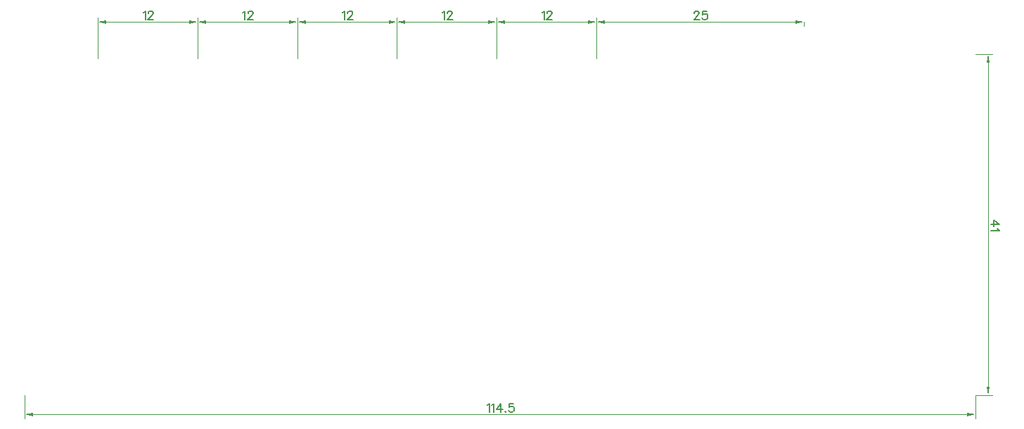
<source format=gbr>
G04 DipTrace 4.1.0.0*
G04 TopDimension.gbr*
%MOIN*%
G04 #@! TF.FileFunction,Drawing,Top*
G04 #@! TF.Part,Single*
%ADD15C,0.001378*%
%ADD91C,0.006176*%
%FSLAX26Y26*%
G04*
G70*
G90*
G75*
G01*
G04 TopDimension*
%LPD*%
X741594Y1990638D2*
D15*
Y2181303D1*
X1214035Y1990638D2*
Y2181303D1*
X977815Y2161618D2*
X780965D1*
G36*
X741594D2*
X780965Y2169492D1*
Y2153744D1*
X741594Y2161618D1*
G37*
X977815D2*
D15*
X1174665D1*
G36*
X1214035D2*
X1174665Y2153744D1*
Y2169492D1*
X1214035Y2161618D1*
G37*
Y1990638D2*
D15*
Y2181303D1*
X1686467Y1989387D2*
Y2181303D1*
X1450251Y2161618D2*
X1253406D1*
G36*
X1214035D2*
X1253406Y2169492D1*
Y2153744D1*
X1214035Y2161618D1*
G37*
X1450251D2*
D15*
X1647097D1*
G36*
X1686467D2*
X1647097Y2153744D1*
Y2169492D1*
X1686467Y2161618D1*
G37*
Y1989387D2*
D15*
Y2181303D1*
X2158908Y1989387D2*
Y2181303D1*
X1922688Y2161618D2*
X1725837D1*
G36*
X1686467D2*
X1725837Y2169492D1*
Y2153744D1*
X1686467Y2161618D1*
G37*
X1922688D2*
D15*
X2119538D1*
G36*
X2158908D2*
X2119538Y2153744D1*
Y2169492D1*
X2158908Y2161618D1*
G37*
Y1989387D2*
D15*
Y2181303D1*
X2631349Y1989387D2*
Y2181303D1*
X2395129Y2161618D2*
X2198278D1*
G36*
X2158908D2*
X2198278Y2169492D1*
Y2153744D1*
X2158908Y2161618D1*
G37*
X2395129D2*
D15*
X2591979D1*
G36*
X2631349D2*
X2591979Y2153744D1*
Y2169492D1*
X2631349Y2161618D1*
G37*
Y1989387D2*
D15*
Y2181303D1*
X3103774Y1989387D2*
Y2181303D1*
X2867562Y2161618D2*
X2670719D1*
G36*
X2631349D2*
X2670719Y2169492D1*
Y2153744D1*
X2631349Y2161618D1*
G37*
X2867562D2*
D15*
X3064404D1*
G36*
X3103774D2*
X3064404Y2153744D1*
Y2169492D1*
X3103774Y2161618D1*
G37*
Y1989387D2*
D15*
Y2181303D1*
X4088031Y2161631D2*
Y2141933D1*
X3595903Y2161618D2*
X3143144D1*
G36*
X3103774D2*
X3143144Y2169492D1*
Y2153744D1*
X3103774Y2161618D1*
G37*
X3595903D2*
D15*
X4048661D1*
G36*
X4088031D2*
X4048661Y2153744D1*
Y2169492D1*
X4088031Y2161618D1*
G37*
X393701Y393701D2*
D15*
Y281972D1*
X4901575Y393701D2*
Y281972D1*
X2647638Y301657D2*
X433071D1*
G36*
X393701D2*
X433071Y309531D1*
Y293783D1*
X393701Y301657D1*
G37*
X2647638D2*
D15*
X4862205D1*
G36*
X4901575D2*
X4862205Y293783D1*
Y309531D1*
X4901575Y301657D1*
G37*
Y2007874D2*
D15*
X4980315D1*
X4901575Y393701D2*
X4980315D1*
X4960630Y1200787D2*
Y1968504D1*
G36*
Y2007874D2*
X4968504Y1968504D1*
X4952756D1*
X4960630Y2007874D1*
G37*
Y1200787D2*
D15*
Y433071D1*
G36*
Y393701D2*
X4952756Y433071D1*
X4968504D1*
X4960630Y393701D1*
G37*
X956532Y2206327D2*
D91*
X960379Y2208273D1*
X966127Y2213977D1*
Y2173829D1*
X980424Y2204426D2*
Y2206327D1*
X982325Y2210174D1*
X984227Y2212075D1*
X988073Y2213977D1*
X995723D1*
X999525Y2212075D1*
X1001426Y2210174D1*
X1003372Y2206327D1*
Y2202525D1*
X1001426Y2198678D1*
X997624Y2192974D1*
X978479Y2173829D1*
X1005273D1*
X1428969Y2206327D2*
X1432815Y2208273D1*
X1438564Y2213977D1*
Y2173829D1*
X1452860Y2204426D2*
Y2206327D1*
X1454762Y2210174D1*
X1456663Y2212075D1*
X1460510Y2213977D1*
X1468159D1*
X1471962Y2212075D1*
X1473863Y2210174D1*
X1475808Y2206327D1*
Y2202525D1*
X1473863Y2198678D1*
X1470060Y2192974D1*
X1450915Y2173829D1*
X1477710D1*
X1901405Y2206327D2*
X1905252Y2208273D1*
X1911000Y2213977D1*
Y2173829D1*
X1925297Y2204426D2*
Y2206327D1*
X1927198Y2210174D1*
X1929099Y2212075D1*
X1932946Y2213977D1*
X1940595D1*
X1944398Y2212075D1*
X1946299Y2210174D1*
X1948245Y2206327D1*
Y2202525D1*
X1946299Y2198678D1*
X1942497Y2192974D1*
X1923351Y2173829D1*
X1950146D1*
X2373846Y2206327D2*
X2377693Y2208273D1*
X2383441Y2213977D1*
Y2173829D1*
X2397738Y2204426D2*
Y2206327D1*
X2399639Y2210174D1*
X2401540Y2212075D1*
X2405387Y2213977D1*
X2413036D1*
X2416839Y2212075D1*
X2418740Y2210174D1*
X2420686Y2206327D1*
Y2202525D1*
X2418740Y2198678D1*
X2414938Y2192974D1*
X2395792Y2173829D1*
X2422587D1*
X2846279Y2206327D2*
X2850126Y2208273D1*
X2855874Y2213977D1*
Y2173829D1*
X2870171Y2204426D2*
Y2206327D1*
X2872072Y2210174D1*
X2873973Y2212075D1*
X2877820Y2213977D1*
X2885469D1*
X2889272Y2212075D1*
X2891173Y2210174D1*
X2893119Y2206327D1*
Y2202525D1*
X2891173Y2198678D1*
X2887371Y2192974D1*
X2868225Y2173829D1*
X2895020D1*
X3567966Y2204426D2*
Y2206327D1*
X3569867Y2210174D1*
X3571768Y2212075D1*
X3575615Y2213977D1*
X3583264D1*
X3587067Y2212075D1*
X3588968Y2210174D1*
X3590914Y2206327D1*
Y2202525D1*
X3588968Y2198678D1*
X3585166Y2192974D1*
X3566020Y2173829D1*
X3592815D1*
X3628114Y2213977D2*
X3609013D1*
X3607112Y2196777D1*
X3609013Y2198678D1*
X3614761Y2200624D1*
X3620465D1*
X3626213Y2198678D1*
X3630060Y2194876D1*
X3631961Y2189127D1*
Y2185325D1*
X3630060Y2179577D1*
X3626213Y2175730D1*
X3620465Y2173829D1*
X3614761D1*
X3609013Y2175730D1*
X3607112Y2177676D1*
X3605166Y2181478D1*
X2586759Y346367D2*
X2590606Y348312D1*
X2596354Y354016D1*
Y313868D1*
X2608706Y346367D2*
X2612552Y348312D1*
X2618300Y354016D1*
Y313868D1*
X2649797D2*
Y354016D1*
X2630652Y327266D1*
X2659348D1*
X2673600Y317715D2*
X2671699Y315770D1*
X2673600Y313868D1*
X2675546Y315770D1*
X2673600Y317715D1*
X2710845Y354016D2*
X2691744D1*
X2689843Y336816D1*
X2691744Y338717D1*
X2697492Y340663D1*
X2703196D1*
X2708944Y338717D1*
X2712791Y334915D1*
X2714692Y329167D1*
Y325364D1*
X2712791Y319616D1*
X2708944Y315770D1*
X2703196Y313868D1*
X2697492D1*
X2691744Y315770D1*
X2689843Y317715D1*
X2687897Y321518D1*
X4972841Y1203875D2*
X5012988D1*
X4986238Y1223021D1*
Y1194325D1*
X5005339Y1181973D2*
X5007285Y1178127D1*
X5012988Y1172378D1*
X4972841D1*
M02*

</source>
